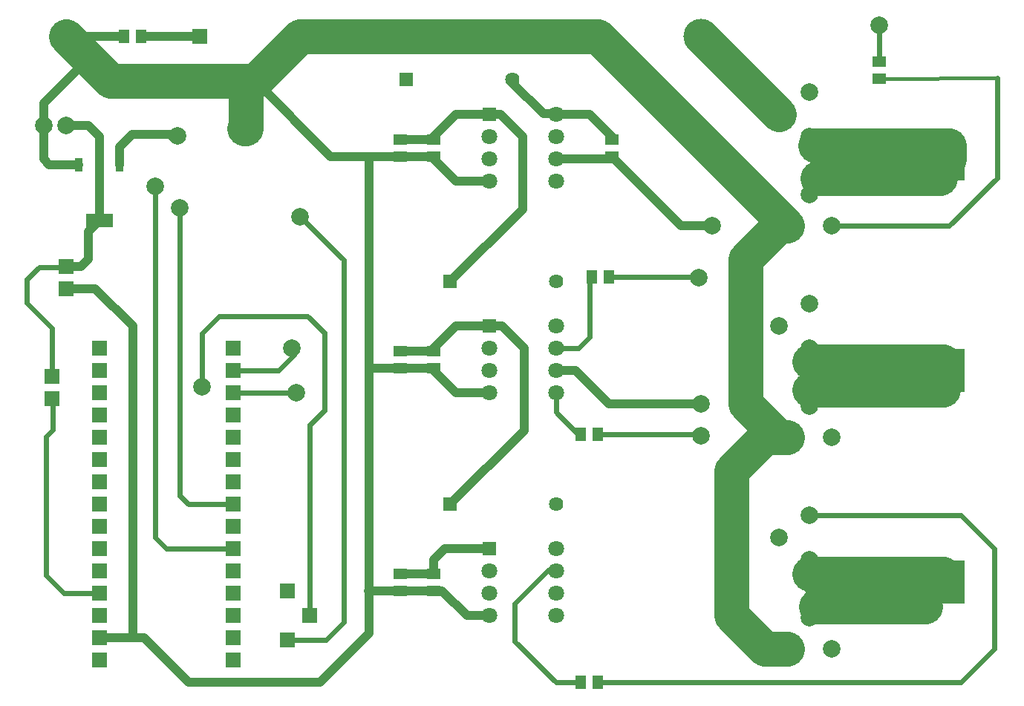
<source format=gbr>
G04 EasyPC Gerber Version 20.0.2 Build 4112 *
G04 #@! TF.Part,Single*
G04 #@! TF.FileFunction,Copper,L4,Bot *
%FSLAX35Y35*%
%MOIN*%
G04 #@! TA.AperFunction,SMDPad*
%ADD75R,0.03300X0.06300*%
%ADD17R,0.05100X0.06000*%
G04 #@! TA.AperFunction,ComponentPad*
%ADD12R,0.06000X0.06000*%
%ADD14R,0.06400X0.06400*%
%ADD19R,0.07087X0.07087*%
%ADD70R,0.19685X0.19685*%
G04 #@! TD.AperFunction*
%ADD10C,0.01575*%
%ADD21C,0.02362*%
%ADD20C,0.03937*%
G04 #@! TA.AperFunction,ComponentPad*
%ADD15C,0.06400*%
%ADD13C,0.07087*%
G04 #@! TA.AperFunction,SMDPad*
%ADD16R,0.06000X0.05100*%
G04 #@! TA.AperFunction,ComponentPad*
%ADD18C,0.07874*%
G04 #@! TA.AperFunction,ViaPad*
%ADD71C,0.15748*%
G04 #@! TA.AperFunction,SMDPad*
%ADD76R,0.12200X0.06300*%
X0Y0D02*
D02*
D10*
X471270Y289756D02*
X418250Y289480D01*
D02*
D12*
X243250Y78230D03*
Y178230D03*
Y273230D03*
D02*
D13*
Y48230D03*
Y58230D03*
Y68230D03*
Y148230D03*
Y158230D03*
Y168230D03*
Y243230D03*
Y253230D03*
Y263230D03*
X273250Y48230D03*
Y58230D03*
Y68230D03*
Y78230D03*
Y148230D03*
Y158230D03*
Y168230D03*
Y178230D03*
Y243230D03*
Y253230D03*
Y263230D03*
Y273230D03*
D02*
D14*
X206181Y288904D03*
X225650Y98230D03*
Y198230D03*
D02*
D15*
X253781Y288904D03*
X273250Y98230D03*
Y198230D03*
D02*
D16*
X203250Y59480D03*
Y66980D03*
Y159480D03*
Y166980D03*
Y254480D03*
Y261980D03*
X218250Y59480D03*
Y66980D03*
Y159480D03*
Y166980D03*
Y254480D03*
Y261980D03*
X298250Y254480D03*
Y261980D03*
X418250Y289480D03*
Y296980D03*
D02*
D17*
X79500Y308230D03*
X87000D03*
X284500Y18230D03*
Y129687D03*
X289500Y200498D03*
X292000Y18230D03*
Y129687D03*
X297000Y200498D03*
D02*
D18*
X43250Y268230D03*
X53250D03*
X93250Y241156D03*
X103474Y263789D03*
X104541Y231490D03*
X114447Y150919D03*
X133474Y263789D03*
X154679Y168230D03*
X156632Y148230D03*
X158451Y227305D03*
X337289Y199986D03*
X338250Y129026D03*
Y143230D03*
X343250Y223230D03*
X373250Y83230D03*
Y178230D03*
Y273230D03*
X377207Y33230D03*
Y128230D03*
Y223230D03*
X387207Y47187D03*
Y73230D03*
Y93230D03*
Y142187D03*
Y168230D03*
Y188230D03*
Y237187D03*
Y263230D03*
Y283230D03*
X397207Y33230D03*
Y128230D03*
Y223230D03*
X418250Y313230D03*
D02*
D19*
X47026Y145766D03*
Y155766D03*
X53250Y195061D03*
Y205061D03*
Y308230D03*
X68250Y28230D03*
Y38230D03*
Y48230D03*
Y58230D03*
Y68230D03*
Y78230D03*
Y88230D03*
Y98230D03*
Y108230D03*
Y118230D03*
Y128230D03*
Y138230D03*
Y148230D03*
Y158230D03*
Y168230D03*
X113250Y308230D03*
X128250Y28230D03*
Y38230D03*
Y48230D03*
Y58230D03*
Y68230D03*
Y78230D03*
Y88230D03*
Y98230D03*
Y108230D03*
Y118230D03*
Y128230D03*
Y138230D03*
Y148230D03*
Y158230D03*
Y168230D03*
X152813Y37360D03*
Y59368D03*
X162844Y48364D03*
D02*
D70*
X447207Y63230D03*
Y158230D03*
Y253230D03*
D02*
D71*
X53250Y308230D02*
X63250Y298230D01*
X133474Y267152D02*
X134136D01*
Y283455*
X138250Y288230D02*
X158250Y308230D01*
X292207*
X377207Y223230*
X138250Y288230D02*
X73250D01*
X63250Y298230*
X338250Y308230D02*
X373250Y273230D01*
X338250Y308230D03*
X377207Y128230D02*
X367207D01*
X352207Y113230*
Y48230*
X367207Y33230*
X377207*
Y223230D02*
X373250D01*
X358250Y208230*
Y143230*
X373250Y128230*
X377207*
X439037Y52459D02*
X390089D01*
X445644Y244675D02*
X390749D01*
X447087Y162423D02*
X387207D01*
X447207Y63230D02*
Y67108D01*
X387207*
X447207Y158230D02*
Y149699D01*
X395628*
X395518Y149809*
X387207*
X447207Y253230D02*
X449789D01*
Y259447*
X389789*
D02*
D20*
X43250Y268230D02*
Y278230D01*
X63250Y298230*
X53250Y195061D02*
X66419D01*
X83250Y178230*
Y38230*
X53250Y205061D02*
X60081D01*
X63250Y208230*
Y220630*
X68250Y225630*
X59195Y250830D02*
X45650D01*
X43250Y253230*
Y268230*
X68250Y38230D02*
X83250D01*
X68250Y250830D02*
Y225630D01*
Y250830D02*
Y263230D01*
X63250Y268230*
X53250*
X77305Y250830D02*
Y258530D01*
X83179Y264404*
X100006*
X100620Y263789*
X103474*
X79500Y308230D02*
X53250D01*
X83250Y38230D02*
X88250D01*
X108250Y18230*
X167289*
X189333Y40274*
Y59480*
X87000Y308230D02*
X113250D01*
X133474Y263789D02*
Y267152D01*
X134136Y283455D02*
X138250Y287569D01*
Y288230*
X189305Y254480D02*
Y213616D01*
X189366*
Y159480*
X189305Y254480D02*
X172000D01*
X138250Y288230*
X189366Y159480D02*
Y59262D01*
X189043Y59480*
X189333*
X203250D02*
X189333D01*
X203250D02*
X218250D01*
X203250Y159480D02*
X189366D01*
X203250Y254480D02*
X189305D01*
X218250Y59480D02*
X222000D01*
X233250Y48230*
X243250*
X218250Y66980D02*
X203250D01*
X218250D02*
Y73230D01*
X223250Y78230*
X243250*
X218250Y159480D02*
Y158230D01*
X228250Y148230*
X243250*
X218250Y159480D02*
X203250D01*
X218250Y166980D02*
X203250D01*
X218250D02*
Y168230D01*
X228250Y178230*
X243250*
X218250Y254480D02*
Y253230D01*
X228250Y243230*
X243250*
X218250Y254480D02*
X203250D01*
X218250Y261980D02*
X203250D01*
X218250D02*
Y263230D01*
X228250Y273230*
X243250*
Y178230D02*
X248880D01*
X258880Y168230*
Y131460*
X225650Y98230*
X243250Y273230D02*
X248250D01*
X258250Y263230*
Y230830*
X225650Y198230*
X253781Y288904D02*
Y287333D01*
X267581Y273533*
X272947*
X273250Y273230*
X298250Y254480D02*
Y253230D01*
X273250*
X298250Y261980D02*
Y263230D01*
X288250Y273230*
X273250*
X338250Y143230D02*
X297171D01*
X282171Y158230*
X273250*
X343250Y223230D02*
X329500D01*
X298250Y254480*
X387207Y67108D02*
Y59785D01*
X390089*
Y52459*
X387207Y73230D02*
Y67108D01*
Y149809D02*
Y142187D01*
Y162423D02*
Y149809D01*
Y168230D02*
Y162423D01*
Y263230D02*
Y260396D01*
X389789*
Y259447*
Y252750*
X390749*
Y244675*
X390089Y52459D02*
Y49825D01*
X387207*
Y47187*
X390749Y244675D02*
Y239982D01*
X387207*
Y237187*
X447207Y63230D02*
Y60628D01*
X439037Y52459*
X447207Y158230D02*
X447087Y162423D01*
X447207Y253230D02*
X445644Y244675D01*
D02*
D21*
X47026Y155766D02*
Y177372D01*
X35841Y188557*
Y199219*
X41309Y204687*
X53624*
X53250Y205061*
X68250Y58230D02*
X52502D01*
X44309Y66423*
Y128659*
X47435Y131785*
Y145356*
X47026Y145766*
X93250Y241156D02*
Y83230D01*
X98250Y78230*
X128250*
X104541Y231490D02*
Y101939D01*
X108250Y98230*
X128250*
X152813Y37360D02*
X170061D01*
X177888Y45187*
Y207868*
X158451Y227305*
X154679Y168230D02*
X155695D01*
Y165183*
X148742Y158230*
X128250*
X156632Y148230D02*
X128250D01*
X162844Y48364D02*
Y133955D01*
X169238Y140348*
Y175191*
X161789Y182640*
X122136*
X114447Y174951*
Y150919*
X273250Y148230D02*
Y139679D01*
X284500Y128429*
Y129687*
X273250Y168230D02*
X283250D01*
X288250Y173230*
Y199248*
X289500Y200498*
X284500Y18230D02*
X273250D01*
X254738Y36742*
Y53711*
X269738Y68711*
X273250*
Y68230*
X292000Y18230D02*
X455124D01*
X470124Y33230*
Y78230*
X455124Y93230*
X387207*
X292000Y129687D02*
X338250D01*
Y129026*
X297000Y200498D02*
X337289D01*
Y199986*
X397207Y223230D02*
X449744D01*
X471270Y244756*
Y289756*
X418250Y313230D02*
Y296980D01*
D02*
D75*
X59195Y250830D03*
X68250D03*
X77305D03*
D02*
D76*
X68250Y225630D03*
X0Y0D02*
M02*

</source>
